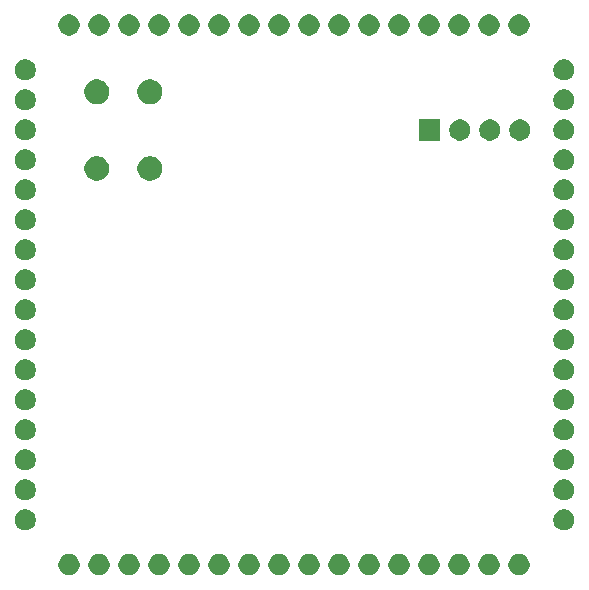
<source format=gbr>
G04 #@! TF.GenerationSoftware,KiCad,Pcbnew,(5.1.5-0-10_14)*
G04 #@! TF.CreationDate,2020-11-09T16:08:32+01:00*
G04 #@! TF.ProjectId,ATmega128_Breakout_Board_CC1101_HAT,41546d65-6761-4313-9238-5f427265616b,rev?*
G04 #@! TF.SameCoordinates,Original*
G04 #@! TF.FileFunction,Soldermask,Bot*
G04 #@! TF.FilePolarity,Negative*
%FSLAX46Y46*%
G04 Gerber Fmt 4.6, Leading zero omitted, Abs format (unit mm)*
G04 Created by KiCad (PCBNEW (5.1.5-0-10_14)) date 2020-11-09 16:08:32*
%MOMM*%
%LPD*%
G04 APERTURE LIST*
%ADD10C,0.100000*%
G04 APERTURE END LIST*
D10*
G36*
X139063512Y-125703927D02*
G01*
X139212812Y-125733624D01*
X139376784Y-125801544D01*
X139524354Y-125900147D01*
X139649853Y-126025646D01*
X139748456Y-126173216D01*
X139816376Y-126337188D01*
X139851000Y-126511259D01*
X139851000Y-126688741D01*
X139816376Y-126862812D01*
X139748456Y-127026784D01*
X139649853Y-127174354D01*
X139524354Y-127299853D01*
X139376784Y-127398456D01*
X139212812Y-127466376D01*
X139063512Y-127496073D01*
X139038742Y-127501000D01*
X138861258Y-127501000D01*
X138836488Y-127496073D01*
X138687188Y-127466376D01*
X138523216Y-127398456D01*
X138375646Y-127299853D01*
X138250147Y-127174354D01*
X138151544Y-127026784D01*
X138083624Y-126862812D01*
X138049000Y-126688741D01*
X138049000Y-126511259D01*
X138083624Y-126337188D01*
X138151544Y-126173216D01*
X138250147Y-126025646D01*
X138375646Y-125900147D01*
X138523216Y-125801544D01*
X138687188Y-125733624D01*
X138836488Y-125703927D01*
X138861258Y-125699000D01*
X139038742Y-125699000D01*
X139063512Y-125703927D01*
G37*
G36*
X136523512Y-125703927D02*
G01*
X136672812Y-125733624D01*
X136836784Y-125801544D01*
X136984354Y-125900147D01*
X137109853Y-126025646D01*
X137208456Y-126173216D01*
X137276376Y-126337188D01*
X137311000Y-126511259D01*
X137311000Y-126688741D01*
X137276376Y-126862812D01*
X137208456Y-127026784D01*
X137109853Y-127174354D01*
X136984354Y-127299853D01*
X136836784Y-127398456D01*
X136672812Y-127466376D01*
X136523512Y-127496073D01*
X136498742Y-127501000D01*
X136321258Y-127501000D01*
X136296488Y-127496073D01*
X136147188Y-127466376D01*
X135983216Y-127398456D01*
X135835646Y-127299853D01*
X135710147Y-127174354D01*
X135611544Y-127026784D01*
X135543624Y-126862812D01*
X135509000Y-126688741D01*
X135509000Y-126511259D01*
X135543624Y-126337188D01*
X135611544Y-126173216D01*
X135710147Y-126025646D01*
X135835646Y-125900147D01*
X135983216Y-125801544D01*
X136147188Y-125733624D01*
X136296488Y-125703927D01*
X136321258Y-125699000D01*
X136498742Y-125699000D01*
X136523512Y-125703927D01*
G37*
G36*
X133983512Y-125703927D02*
G01*
X134132812Y-125733624D01*
X134296784Y-125801544D01*
X134444354Y-125900147D01*
X134569853Y-126025646D01*
X134668456Y-126173216D01*
X134736376Y-126337188D01*
X134771000Y-126511259D01*
X134771000Y-126688741D01*
X134736376Y-126862812D01*
X134668456Y-127026784D01*
X134569853Y-127174354D01*
X134444354Y-127299853D01*
X134296784Y-127398456D01*
X134132812Y-127466376D01*
X133983512Y-127496073D01*
X133958742Y-127501000D01*
X133781258Y-127501000D01*
X133756488Y-127496073D01*
X133607188Y-127466376D01*
X133443216Y-127398456D01*
X133295646Y-127299853D01*
X133170147Y-127174354D01*
X133071544Y-127026784D01*
X133003624Y-126862812D01*
X132969000Y-126688741D01*
X132969000Y-126511259D01*
X133003624Y-126337188D01*
X133071544Y-126173216D01*
X133170147Y-126025646D01*
X133295646Y-125900147D01*
X133443216Y-125801544D01*
X133607188Y-125733624D01*
X133756488Y-125703927D01*
X133781258Y-125699000D01*
X133958742Y-125699000D01*
X133983512Y-125703927D01*
G37*
G36*
X131443512Y-125703927D02*
G01*
X131592812Y-125733624D01*
X131756784Y-125801544D01*
X131904354Y-125900147D01*
X132029853Y-126025646D01*
X132128456Y-126173216D01*
X132196376Y-126337188D01*
X132231000Y-126511259D01*
X132231000Y-126688741D01*
X132196376Y-126862812D01*
X132128456Y-127026784D01*
X132029853Y-127174354D01*
X131904354Y-127299853D01*
X131756784Y-127398456D01*
X131592812Y-127466376D01*
X131443512Y-127496073D01*
X131418742Y-127501000D01*
X131241258Y-127501000D01*
X131216488Y-127496073D01*
X131067188Y-127466376D01*
X130903216Y-127398456D01*
X130755646Y-127299853D01*
X130630147Y-127174354D01*
X130531544Y-127026784D01*
X130463624Y-126862812D01*
X130429000Y-126688741D01*
X130429000Y-126511259D01*
X130463624Y-126337188D01*
X130531544Y-126173216D01*
X130630147Y-126025646D01*
X130755646Y-125900147D01*
X130903216Y-125801544D01*
X131067188Y-125733624D01*
X131216488Y-125703927D01*
X131241258Y-125699000D01*
X131418742Y-125699000D01*
X131443512Y-125703927D01*
G37*
G36*
X128903512Y-125703927D02*
G01*
X129052812Y-125733624D01*
X129216784Y-125801544D01*
X129364354Y-125900147D01*
X129489853Y-126025646D01*
X129588456Y-126173216D01*
X129656376Y-126337188D01*
X129691000Y-126511259D01*
X129691000Y-126688741D01*
X129656376Y-126862812D01*
X129588456Y-127026784D01*
X129489853Y-127174354D01*
X129364354Y-127299853D01*
X129216784Y-127398456D01*
X129052812Y-127466376D01*
X128903512Y-127496073D01*
X128878742Y-127501000D01*
X128701258Y-127501000D01*
X128676488Y-127496073D01*
X128527188Y-127466376D01*
X128363216Y-127398456D01*
X128215646Y-127299853D01*
X128090147Y-127174354D01*
X127991544Y-127026784D01*
X127923624Y-126862812D01*
X127889000Y-126688741D01*
X127889000Y-126511259D01*
X127923624Y-126337188D01*
X127991544Y-126173216D01*
X128090147Y-126025646D01*
X128215646Y-125900147D01*
X128363216Y-125801544D01*
X128527188Y-125733624D01*
X128676488Y-125703927D01*
X128701258Y-125699000D01*
X128878742Y-125699000D01*
X128903512Y-125703927D01*
G37*
G36*
X126363512Y-125703927D02*
G01*
X126512812Y-125733624D01*
X126676784Y-125801544D01*
X126824354Y-125900147D01*
X126949853Y-126025646D01*
X127048456Y-126173216D01*
X127116376Y-126337188D01*
X127151000Y-126511259D01*
X127151000Y-126688741D01*
X127116376Y-126862812D01*
X127048456Y-127026784D01*
X126949853Y-127174354D01*
X126824354Y-127299853D01*
X126676784Y-127398456D01*
X126512812Y-127466376D01*
X126363512Y-127496073D01*
X126338742Y-127501000D01*
X126161258Y-127501000D01*
X126136488Y-127496073D01*
X125987188Y-127466376D01*
X125823216Y-127398456D01*
X125675646Y-127299853D01*
X125550147Y-127174354D01*
X125451544Y-127026784D01*
X125383624Y-126862812D01*
X125349000Y-126688741D01*
X125349000Y-126511259D01*
X125383624Y-126337188D01*
X125451544Y-126173216D01*
X125550147Y-126025646D01*
X125675646Y-125900147D01*
X125823216Y-125801544D01*
X125987188Y-125733624D01*
X126136488Y-125703927D01*
X126161258Y-125699000D01*
X126338742Y-125699000D01*
X126363512Y-125703927D01*
G37*
G36*
X123823512Y-125703927D02*
G01*
X123972812Y-125733624D01*
X124136784Y-125801544D01*
X124284354Y-125900147D01*
X124409853Y-126025646D01*
X124508456Y-126173216D01*
X124576376Y-126337188D01*
X124611000Y-126511259D01*
X124611000Y-126688741D01*
X124576376Y-126862812D01*
X124508456Y-127026784D01*
X124409853Y-127174354D01*
X124284354Y-127299853D01*
X124136784Y-127398456D01*
X123972812Y-127466376D01*
X123823512Y-127496073D01*
X123798742Y-127501000D01*
X123621258Y-127501000D01*
X123596488Y-127496073D01*
X123447188Y-127466376D01*
X123283216Y-127398456D01*
X123135646Y-127299853D01*
X123010147Y-127174354D01*
X122911544Y-127026784D01*
X122843624Y-126862812D01*
X122809000Y-126688741D01*
X122809000Y-126511259D01*
X122843624Y-126337188D01*
X122911544Y-126173216D01*
X123010147Y-126025646D01*
X123135646Y-125900147D01*
X123283216Y-125801544D01*
X123447188Y-125733624D01*
X123596488Y-125703927D01*
X123621258Y-125699000D01*
X123798742Y-125699000D01*
X123823512Y-125703927D01*
G37*
G36*
X121283512Y-125703927D02*
G01*
X121432812Y-125733624D01*
X121596784Y-125801544D01*
X121744354Y-125900147D01*
X121869853Y-126025646D01*
X121968456Y-126173216D01*
X122036376Y-126337188D01*
X122071000Y-126511259D01*
X122071000Y-126688741D01*
X122036376Y-126862812D01*
X121968456Y-127026784D01*
X121869853Y-127174354D01*
X121744354Y-127299853D01*
X121596784Y-127398456D01*
X121432812Y-127466376D01*
X121283512Y-127496073D01*
X121258742Y-127501000D01*
X121081258Y-127501000D01*
X121056488Y-127496073D01*
X120907188Y-127466376D01*
X120743216Y-127398456D01*
X120595646Y-127299853D01*
X120470147Y-127174354D01*
X120371544Y-127026784D01*
X120303624Y-126862812D01*
X120269000Y-126688741D01*
X120269000Y-126511259D01*
X120303624Y-126337188D01*
X120371544Y-126173216D01*
X120470147Y-126025646D01*
X120595646Y-125900147D01*
X120743216Y-125801544D01*
X120907188Y-125733624D01*
X121056488Y-125703927D01*
X121081258Y-125699000D01*
X121258742Y-125699000D01*
X121283512Y-125703927D01*
G37*
G36*
X118743512Y-125703927D02*
G01*
X118892812Y-125733624D01*
X119056784Y-125801544D01*
X119204354Y-125900147D01*
X119329853Y-126025646D01*
X119428456Y-126173216D01*
X119496376Y-126337188D01*
X119531000Y-126511259D01*
X119531000Y-126688741D01*
X119496376Y-126862812D01*
X119428456Y-127026784D01*
X119329853Y-127174354D01*
X119204354Y-127299853D01*
X119056784Y-127398456D01*
X118892812Y-127466376D01*
X118743512Y-127496073D01*
X118718742Y-127501000D01*
X118541258Y-127501000D01*
X118516488Y-127496073D01*
X118367188Y-127466376D01*
X118203216Y-127398456D01*
X118055646Y-127299853D01*
X117930147Y-127174354D01*
X117831544Y-127026784D01*
X117763624Y-126862812D01*
X117729000Y-126688741D01*
X117729000Y-126511259D01*
X117763624Y-126337188D01*
X117831544Y-126173216D01*
X117930147Y-126025646D01*
X118055646Y-125900147D01*
X118203216Y-125801544D01*
X118367188Y-125733624D01*
X118516488Y-125703927D01*
X118541258Y-125699000D01*
X118718742Y-125699000D01*
X118743512Y-125703927D01*
G37*
G36*
X116203512Y-125703927D02*
G01*
X116352812Y-125733624D01*
X116516784Y-125801544D01*
X116664354Y-125900147D01*
X116789853Y-126025646D01*
X116888456Y-126173216D01*
X116956376Y-126337188D01*
X116991000Y-126511259D01*
X116991000Y-126688741D01*
X116956376Y-126862812D01*
X116888456Y-127026784D01*
X116789853Y-127174354D01*
X116664354Y-127299853D01*
X116516784Y-127398456D01*
X116352812Y-127466376D01*
X116203512Y-127496073D01*
X116178742Y-127501000D01*
X116001258Y-127501000D01*
X115976488Y-127496073D01*
X115827188Y-127466376D01*
X115663216Y-127398456D01*
X115515646Y-127299853D01*
X115390147Y-127174354D01*
X115291544Y-127026784D01*
X115223624Y-126862812D01*
X115189000Y-126688741D01*
X115189000Y-126511259D01*
X115223624Y-126337188D01*
X115291544Y-126173216D01*
X115390147Y-126025646D01*
X115515646Y-125900147D01*
X115663216Y-125801544D01*
X115827188Y-125733624D01*
X115976488Y-125703927D01*
X116001258Y-125699000D01*
X116178742Y-125699000D01*
X116203512Y-125703927D01*
G37*
G36*
X113663512Y-125703927D02*
G01*
X113812812Y-125733624D01*
X113976784Y-125801544D01*
X114124354Y-125900147D01*
X114249853Y-126025646D01*
X114348456Y-126173216D01*
X114416376Y-126337188D01*
X114451000Y-126511259D01*
X114451000Y-126688741D01*
X114416376Y-126862812D01*
X114348456Y-127026784D01*
X114249853Y-127174354D01*
X114124354Y-127299853D01*
X113976784Y-127398456D01*
X113812812Y-127466376D01*
X113663512Y-127496073D01*
X113638742Y-127501000D01*
X113461258Y-127501000D01*
X113436488Y-127496073D01*
X113287188Y-127466376D01*
X113123216Y-127398456D01*
X112975646Y-127299853D01*
X112850147Y-127174354D01*
X112751544Y-127026784D01*
X112683624Y-126862812D01*
X112649000Y-126688741D01*
X112649000Y-126511259D01*
X112683624Y-126337188D01*
X112751544Y-126173216D01*
X112850147Y-126025646D01*
X112975646Y-125900147D01*
X113123216Y-125801544D01*
X113287188Y-125733624D01*
X113436488Y-125703927D01*
X113461258Y-125699000D01*
X113638742Y-125699000D01*
X113663512Y-125703927D01*
G37*
G36*
X111123512Y-125703927D02*
G01*
X111272812Y-125733624D01*
X111436784Y-125801544D01*
X111584354Y-125900147D01*
X111709853Y-126025646D01*
X111808456Y-126173216D01*
X111876376Y-126337188D01*
X111911000Y-126511259D01*
X111911000Y-126688741D01*
X111876376Y-126862812D01*
X111808456Y-127026784D01*
X111709853Y-127174354D01*
X111584354Y-127299853D01*
X111436784Y-127398456D01*
X111272812Y-127466376D01*
X111123512Y-127496073D01*
X111098742Y-127501000D01*
X110921258Y-127501000D01*
X110896488Y-127496073D01*
X110747188Y-127466376D01*
X110583216Y-127398456D01*
X110435646Y-127299853D01*
X110310147Y-127174354D01*
X110211544Y-127026784D01*
X110143624Y-126862812D01*
X110109000Y-126688741D01*
X110109000Y-126511259D01*
X110143624Y-126337188D01*
X110211544Y-126173216D01*
X110310147Y-126025646D01*
X110435646Y-125900147D01*
X110583216Y-125801544D01*
X110747188Y-125733624D01*
X110896488Y-125703927D01*
X110921258Y-125699000D01*
X111098742Y-125699000D01*
X111123512Y-125703927D01*
G37*
G36*
X108583512Y-125703927D02*
G01*
X108732812Y-125733624D01*
X108896784Y-125801544D01*
X109044354Y-125900147D01*
X109169853Y-126025646D01*
X109268456Y-126173216D01*
X109336376Y-126337188D01*
X109371000Y-126511259D01*
X109371000Y-126688741D01*
X109336376Y-126862812D01*
X109268456Y-127026784D01*
X109169853Y-127174354D01*
X109044354Y-127299853D01*
X108896784Y-127398456D01*
X108732812Y-127466376D01*
X108583512Y-127496073D01*
X108558742Y-127501000D01*
X108381258Y-127501000D01*
X108356488Y-127496073D01*
X108207188Y-127466376D01*
X108043216Y-127398456D01*
X107895646Y-127299853D01*
X107770147Y-127174354D01*
X107671544Y-127026784D01*
X107603624Y-126862812D01*
X107569000Y-126688741D01*
X107569000Y-126511259D01*
X107603624Y-126337188D01*
X107671544Y-126173216D01*
X107770147Y-126025646D01*
X107895646Y-125900147D01*
X108043216Y-125801544D01*
X108207188Y-125733624D01*
X108356488Y-125703927D01*
X108381258Y-125699000D01*
X108558742Y-125699000D01*
X108583512Y-125703927D01*
G37*
G36*
X106043512Y-125703927D02*
G01*
X106192812Y-125733624D01*
X106356784Y-125801544D01*
X106504354Y-125900147D01*
X106629853Y-126025646D01*
X106728456Y-126173216D01*
X106796376Y-126337188D01*
X106831000Y-126511259D01*
X106831000Y-126688741D01*
X106796376Y-126862812D01*
X106728456Y-127026784D01*
X106629853Y-127174354D01*
X106504354Y-127299853D01*
X106356784Y-127398456D01*
X106192812Y-127466376D01*
X106043512Y-127496073D01*
X106018742Y-127501000D01*
X105841258Y-127501000D01*
X105816488Y-127496073D01*
X105667188Y-127466376D01*
X105503216Y-127398456D01*
X105355646Y-127299853D01*
X105230147Y-127174354D01*
X105131544Y-127026784D01*
X105063624Y-126862812D01*
X105029000Y-126688741D01*
X105029000Y-126511259D01*
X105063624Y-126337188D01*
X105131544Y-126173216D01*
X105230147Y-126025646D01*
X105355646Y-125900147D01*
X105503216Y-125801544D01*
X105667188Y-125733624D01*
X105816488Y-125703927D01*
X105841258Y-125699000D01*
X106018742Y-125699000D01*
X106043512Y-125703927D01*
G37*
G36*
X103503512Y-125703927D02*
G01*
X103652812Y-125733624D01*
X103816784Y-125801544D01*
X103964354Y-125900147D01*
X104089853Y-126025646D01*
X104188456Y-126173216D01*
X104256376Y-126337188D01*
X104291000Y-126511259D01*
X104291000Y-126688741D01*
X104256376Y-126862812D01*
X104188456Y-127026784D01*
X104089853Y-127174354D01*
X103964354Y-127299853D01*
X103816784Y-127398456D01*
X103652812Y-127466376D01*
X103503512Y-127496073D01*
X103478742Y-127501000D01*
X103301258Y-127501000D01*
X103276488Y-127496073D01*
X103127188Y-127466376D01*
X102963216Y-127398456D01*
X102815646Y-127299853D01*
X102690147Y-127174354D01*
X102591544Y-127026784D01*
X102523624Y-126862812D01*
X102489000Y-126688741D01*
X102489000Y-126511259D01*
X102523624Y-126337188D01*
X102591544Y-126173216D01*
X102690147Y-126025646D01*
X102815646Y-125900147D01*
X102963216Y-125801544D01*
X103127188Y-125733624D01*
X103276488Y-125703927D01*
X103301258Y-125699000D01*
X103478742Y-125699000D01*
X103503512Y-125703927D01*
G37*
G36*
X100963512Y-125703927D02*
G01*
X101112812Y-125733624D01*
X101276784Y-125801544D01*
X101424354Y-125900147D01*
X101549853Y-126025646D01*
X101648456Y-126173216D01*
X101716376Y-126337188D01*
X101751000Y-126511259D01*
X101751000Y-126688741D01*
X101716376Y-126862812D01*
X101648456Y-127026784D01*
X101549853Y-127174354D01*
X101424354Y-127299853D01*
X101276784Y-127398456D01*
X101112812Y-127466376D01*
X100963512Y-127496073D01*
X100938742Y-127501000D01*
X100761258Y-127501000D01*
X100736488Y-127496073D01*
X100587188Y-127466376D01*
X100423216Y-127398456D01*
X100275646Y-127299853D01*
X100150147Y-127174354D01*
X100051544Y-127026784D01*
X99983624Y-126862812D01*
X99949000Y-126688741D01*
X99949000Y-126511259D01*
X99983624Y-126337188D01*
X100051544Y-126173216D01*
X100150147Y-126025646D01*
X100275646Y-125900147D01*
X100423216Y-125801544D01*
X100587188Y-125733624D01*
X100736488Y-125703927D01*
X100761258Y-125699000D01*
X100938742Y-125699000D01*
X100963512Y-125703927D01*
G37*
G36*
X142863512Y-121903927D02*
G01*
X143012812Y-121933624D01*
X143176784Y-122001544D01*
X143324354Y-122100147D01*
X143449853Y-122225646D01*
X143548456Y-122373216D01*
X143616376Y-122537188D01*
X143651000Y-122711259D01*
X143651000Y-122888741D01*
X143616376Y-123062812D01*
X143548456Y-123226784D01*
X143449853Y-123374354D01*
X143324354Y-123499853D01*
X143176784Y-123598456D01*
X143012812Y-123666376D01*
X142863512Y-123696073D01*
X142838742Y-123701000D01*
X142661258Y-123701000D01*
X142636488Y-123696073D01*
X142487188Y-123666376D01*
X142323216Y-123598456D01*
X142175646Y-123499853D01*
X142050147Y-123374354D01*
X141951544Y-123226784D01*
X141883624Y-123062812D01*
X141849000Y-122888741D01*
X141849000Y-122711259D01*
X141883624Y-122537188D01*
X141951544Y-122373216D01*
X142050147Y-122225646D01*
X142175646Y-122100147D01*
X142323216Y-122001544D01*
X142487188Y-121933624D01*
X142636488Y-121903927D01*
X142661258Y-121899000D01*
X142838742Y-121899000D01*
X142863512Y-121903927D01*
G37*
G36*
X97263513Y-121903927D02*
G01*
X97412813Y-121933624D01*
X97576785Y-122001544D01*
X97724355Y-122100147D01*
X97849854Y-122225646D01*
X97948457Y-122373216D01*
X98016377Y-122537188D01*
X98051001Y-122711259D01*
X98051001Y-122888741D01*
X98016377Y-123062812D01*
X97948457Y-123226784D01*
X97849854Y-123374354D01*
X97724355Y-123499853D01*
X97576785Y-123598456D01*
X97412813Y-123666376D01*
X97263513Y-123696073D01*
X97238743Y-123701000D01*
X97061259Y-123701000D01*
X97036489Y-123696073D01*
X96887189Y-123666376D01*
X96723217Y-123598456D01*
X96575647Y-123499853D01*
X96450148Y-123374354D01*
X96351545Y-123226784D01*
X96283625Y-123062812D01*
X96249001Y-122888741D01*
X96249001Y-122711259D01*
X96283625Y-122537188D01*
X96351545Y-122373216D01*
X96450148Y-122225646D01*
X96575647Y-122100147D01*
X96723217Y-122001544D01*
X96887189Y-121933624D01*
X97036489Y-121903927D01*
X97061259Y-121899000D01*
X97238743Y-121899000D01*
X97263513Y-121903927D01*
G37*
G36*
X97263513Y-119363927D02*
G01*
X97412813Y-119393624D01*
X97576785Y-119461544D01*
X97724355Y-119560147D01*
X97849854Y-119685646D01*
X97948457Y-119833216D01*
X98016377Y-119997188D01*
X98051001Y-120171259D01*
X98051001Y-120348741D01*
X98016377Y-120522812D01*
X97948457Y-120686784D01*
X97849854Y-120834354D01*
X97724355Y-120959853D01*
X97576785Y-121058456D01*
X97412813Y-121126376D01*
X97263513Y-121156073D01*
X97238743Y-121161000D01*
X97061259Y-121161000D01*
X97036489Y-121156073D01*
X96887189Y-121126376D01*
X96723217Y-121058456D01*
X96575647Y-120959853D01*
X96450148Y-120834354D01*
X96351545Y-120686784D01*
X96283625Y-120522812D01*
X96249001Y-120348741D01*
X96249001Y-120171259D01*
X96283625Y-119997188D01*
X96351545Y-119833216D01*
X96450148Y-119685646D01*
X96575647Y-119560147D01*
X96723217Y-119461544D01*
X96887189Y-119393624D01*
X97036489Y-119363927D01*
X97061259Y-119359000D01*
X97238743Y-119359000D01*
X97263513Y-119363927D01*
G37*
G36*
X142863512Y-119363927D02*
G01*
X143012812Y-119393624D01*
X143176784Y-119461544D01*
X143324354Y-119560147D01*
X143449853Y-119685646D01*
X143548456Y-119833216D01*
X143616376Y-119997188D01*
X143651000Y-120171259D01*
X143651000Y-120348741D01*
X143616376Y-120522812D01*
X143548456Y-120686784D01*
X143449853Y-120834354D01*
X143324354Y-120959853D01*
X143176784Y-121058456D01*
X143012812Y-121126376D01*
X142863512Y-121156073D01*
X142838742Y-121161000D01*
X142661258Y-121161000D01*
X142636488Y-121156073D01*
X142487188Y-121126376D01*
X142323216Y-121058456D01*
X142175646Y-120959853D01*
X142050147Y-120834354D01*
X141951544Y-120686784D01*
X141883624Y-120522812D01*
X141849000Y-120348741D01*
X141849000Y-120171259D01*
X141883624Y-119997188D01*
X141951544Y-119833216D01*
X142050147Y-119685646D01*
X142175646Y-119560147D01*
X142323216Y-119461544D01*
X142487188Y-119393624D01*
X142636488Y-119363927D01*
X142661258Y-119359000D01*
X142838742Y-119359000D01*
X142863512Y-119363927D01*
G37*
G36*
X142863512Y-116823927D02*
G01*
X143012812Y-116853624D01*
X143176784Y-116921544D01*
X143324354Y-117020147D01*
X143449853Y-117145646D01*
X143548456Y-117293216D01*
X143616376Y-117457188D01*
X143651000Y-117631259D01*
X143651000Y-117808741D01*
X143616376Y-117982812D01*
X143548456Y-118146784D01*
X143449853Y-118294354D01*
X143324354Y-118419853D01*
X143176784Y-118518456D01*
X143012812Y-118586376D01*
X142863512Y-118616073D01*
X142838742Y-118621000D01*
X142661258Y-118621000D01*
X142636488Y-118616073D01*
X142487188Y-118586376D01*
X142323216Y-118518456D01*
X142175646Y-118419853D01*
X142050147Y-118294354D01*
X141951544Y-118146784D01*
X141883624Y-117982812D01*
X141849000Y-117808741D01*
X141849000Y-117631259D01*
X141883624Y-117457188D01*
X141951544Y-117293216D01*
X142050147Y-117145646D01*
X142175646Y-117020147D01*
X142323216Y-116921544D01*
X142487188Y-116853624D01*
X142636488Y-116823927D01*
X142661258Y-116819000D01*
X142838742Y-116819000D01*
X142863512Y-116823927D01*
G37*
G36*
X97263513Y-116823927D02*
G01*
X97412813Y-116853624D01*
X97576785Y-116921544D01*
X97724355Y-117020147D01*
X97849854Y-117145646D01*
X97948457Y-117293216D01*
X98016377Y-117457188D01*
X98051001Y-117631259D01*
X98051001Y-117808741D01*
X98016377Y-117982812D01*
X97948457Y-118146784D01*
X97849854Y-118294354D01*
X97724355Y-118419853D01*
X97576785Y-118518456D01*
X97412813Y-118586376D01*
X97263513Y-118616073D01*
X97238743Y-118621000D01*
X97061259Y-118621000D01*
X97036489Y-118616073D01*
X96887189Y-118586376D01*
X96723217Y-118518456D01*
X96575647Y-118419853D01*
X96450148Y-118294354D01*
X96351545Y-118146784D01*
X96283625Y-117982812D01*
X96249001Y-117808741D01*
X96249001Y-117631259D01*
X96283625Y-117457188D01*
X96351545Y-117293216D01*
X96450148Y-117145646D01*
X96575647Y-117020147D01*
X96723217Y-116921544D01*
X96887189Y-116853624D01*
X97036489Y-116823927D01*
X97061259Y-116819000D01*
X97238743Y-116819000D01*
X97263513Y-116823927D01*
G37*
G36*
X142863512Y-114283927D02*
G01*
X143012812Y-114313624D01*
X143176784Y-114381544D01*
X143324354Y-114480147D01*
X143449853Y-114605646D01*
X143548456Y-114753216D01*
X143616376Y-114917188D01*
X143651000Y-115091259D01*
X143651000Y-115268741D01*
X143616376Y-115442812D01*
X143548456Y-115606784D01*
X143449853Y-115754354D01*
X143324354Y-115879853D01*
X143176784Y-115978456D01*
X143012812Y-116046376D01*
X142863512Y-116076073D01*
X142838742Y-116081000D01*
X142661258Y-116081000D01*
X142636488Y-116076073D01*
X142487188Y-116046376D01*
X142323216Y-115978456D01*
X142175646Y-115879853D01*
X142050147Y-115754354D01*
X141951544Y-115606784D01*
X141883624Y-115442812D01*
X141849000Y-115268741D01*
X141849000Y-115091259D01*
X141883624Y-114917188D01*
X141951544Y-114753216D01*
X142050147Y-114605646D01*
X142175646Y-114480147D01*
X142323216Y-114381544D01*
X142487188Y-114313624D01*
X142636488Y-114283927D01*
X142661258Y-114279000D01*
X142838742Y-114279000D01*
X142863512Y-114283927D01*
G37*
G36*
X97263513Y-114283927D02*
G01*
X97412813Y-114313624D01*
X97576785Y-114381544D01*
X97724355Y-114480147D01*
X97849854Y-114605646D01*
X97948457Y-114753216D01*
X98016377Y-114917188D01*
X98051001Y-115091259D01*
X98051001Y-115268741D01*
X98016377Y-115442812D01*
X97948457Y-115606784D01*
X97849854Y-115754354D01*
X97724355Y-115879853D01*
X97576785Y-115978456D01*
X97412813Y-116046376D01*
X97263513Y-116076073D01*
X97238743Y-116081000D01*
X97061259Y-116081000D01*
X97036489Y-116076073D01*
X96887189Y-116046376D01*
X96723217Y-115978456D01*
X96575647Y-115879853D01*
X96450148Y-115754354D01*
X96351545Y-115606784D01*
X96283625Y-115442812D01*
X96249001Y-115268741D01*
X96249001Y-115091259D01*
X96283625Y-114917188D01*
X96351545Y-114753216D01*
X96450148Y-114605646D01*
X96575647Y-114480147D01*
X96723217Y-114381544D01*
X96887189Y-114313624D01*
X97036489Y-114283927D01*
X97061259Y-114279000D01*
X97238743Y-114279000D01*
X97263513Y-114283927D01*
G37*
G36*
X97263513Y-111743927D02*
G01*
X97412813Y-111773624D01*
X97576785Y-111841544D01*
X97724355Y-111940147D01*
X97849854Y-112065646D01*
X97948457Y-112213216D01*
X98016377Y-112377188D01*
X98051001Y-112551259D01*
X98051001Y-112728741D01*
X98016377Y-112902812D01*
X97948457Y-113066784D01*
X97849854Y-113214354D01*
X97724355Y-113339853D01*
X97576785Y-113438456D01*
X97412813Y-113506376D01*
X97263513Y-113536073D01*
X97238743Y-113541000D01*
X97061259Y-113541000D01*
X97036489Y-113536073D01*
X96887189Y-113506376D01*
X96723217Y-113438456D01*
X96575647Y-113339853D01*
X96450148Y-113214354D01*
X96351545Y-113066784D01*
X96283625Y-112902812D01*
X96249001Y-112728741D01*
X96249001Y-112551259D01*
X96283625Y-112377188D01*
X96351545Y-112213216D01*
X96450148Y-112065646D01*
X96575647Y-111940147D01*
X96723217Y-111841544D01*
X96887189Y-111773624D01*
X97036489Y-111743927D01*
X97061259Y-111739000D01*
X97238743Y-111739000D01*
X97263513Y-111743927D01*
G37*
G36*
X142863512Y-111743927D02*
G01*
X143012812Y-111773624D01*
X143176784Y-111841544D01*
X143324354Y-111940147D01*
X143449853Y-112065646D01*
X143548456Y-112213216D01*
X143616376Y-112377188D01*
X143651000Y-112551259D01*
X143651000Y-112728741D01*
X143616376Y-112902812D01*
X143548456Y-113066784D01*
X143449853Y-113214354D01*
X143324354Y-113339853D01*
X143176784Y-113438456D01*
X143012812Y-113506376D01*
X142863512Y-113536073D01*
X142838742Y-113541000D01*
X142661258Y-113541000D01*
X142636488Y-113536073D01*
X142487188Y-113506376D01*
X142323216Y-113438456D01*
X142175646Y-113339853D01*
X142050147Y-113214354D01*
X141951544Y-113066784D01*
X141883624Y-112902812D01*
X141849000Y-112728741D01*
X141849000Y-112551259D01*
X141883624Y-112377188D01*
X141951544Y-112213216D01*
X142050147Y-112065646D01*
X142175646Y-111940147D01*
X142323216Y-111841544D01*
X142487188Y-111773624D01*
X142636488Y-111743927D01*
X142661258Y-111739000D01*
X142838742Y-111739000D01*
X142863512Y-111743927D01*
G37*
G36*
X142863512Y-109203927D02*
G01*
X143012812Y-109233624D01*
X143176784Y-109301544D01*
X143324354Y-109400147D01*
X143449853Y-109525646D01*
X143548456Y-109673216D01*
X143616376Y-109837188D01*
X143651000Y-110011259D01*
X143651000Y-110188741D01*
X143616376Y-110362812D01*
X143548456Y-110526784D01*
X143449853Y-110674354D01*
X143324354Y-110799853D01*
X143176784Y-110898456D01*
X143012812Y-110966376D01*
X142863512Y-110996073D01*
X142838742Y-111001000D01*
X142661258Y-111001000D01*
X142636488Y-110996073D01*
X142487188Y-110966376D01*
X142323216Y-110898456D01*
X142175646Y-110799853D01*
X142050147Y-110674354D01*
X141951544Y-110526784D01*
X141883624Y-110362812D01*
X141849000Y-110188741D01*
X141849000Y-110011259D01*
X141883624Y-109837188D01*
X141951544Y-109673216D01*
X142050147Y-109525646D01*
X142175646Y-109400147D01*
X142323216Y-109301544D01*
X142487188Y-109233624D01*
X142636488Y-109203927D01*
X142661258Y-109199000D01*
X142838742Y-109199000D01*
X142863512Y-109203927D01*
G37*
G36*
X97263513Y-109203927D02*
G01*
X97412813Y-109233624D01*
X97576785Y-109301544D01*
X97724355Y-109400147D01*
X97849854Y-109525646D01*
X97948457Y-109673216D01*
X98016377Y-109837188D01*
X98051001Y-110011259D01*
X98051001Y-110188741D01*
X98016377Y-110362812D01*
X97948457Y-110526784D01*
X97849854Y-110674354D01*
X97724355Y-110799853D01*
X97576785Y-110898456D01*
X97412813Y-110966376D01*
X97263513Y-110996073D01*
X97238743Y-111001000D01*
X97061259Y-111001000D01*
X97036489Y-110996073D01*
X96887189Y-110966376D01*
X96723217Y-110898456D01*
X96575647Y-110799853D01*
X96450148Y-110674354D01*
X96351545Y-110526784D01*
X96283625Y-110362812D01*
X96249001Y-110188741D01*
X96249001Y-110011259D01*
X96283625Y-109837188D01*
X96351545Y-109673216D01*
X96450148Y-109525646D01*
X96575647Y-109400147D01*
X96723217Y-109301544D01*
X96887189Y-109233624D01*
X97036489Y-109203927D01*
X97061259Y-109199000D01*
X97238743Y-109199000D01*
X97263513Y-109203927D01*
G37*
G36*
X97263513Y-106663927D02*
G01*
X97412813Y-106693624D01*
X97576785Y-106761544D01*
X97724355Y-106860147D01*
X97849854Y-106985646D01*
X97948457Y-107133216D01*
X98016377Y-107297188D01*
X98051001Y-107471259D01*
X98051001Y-107648741D01*
X98016377Y-107822812D01*
X97948457Y-107986784D01*
X97849854Y-108134354D01*
X97724355Y-108259853D01*
X97576785Y-108358456D01*
X97412813Y-108426376D01*
X97263513Y-108456073D01*
X97238743Y-108461000D01*
X97061259Y-108461000D01*
X97036489Y-108456073D01*
X96887189Y-108426376D01*
X96723217Y-108358456D01*
X96575647Y-108259853D01*
X96450148Y-108134354D01*
X96351545Y-107986784D01*
X96283625Y-107822812D01*
X96249001Y-107648741D01*
X96249001Y-107471259D01*
X96283625Y-107297188D01*
X96351545Y-107133216D01*
X96450148Y-106985646D01*
X96575647Y-106860147D01*
X96723217Y-106761544D01*
X96887189Y-106693624D01*
X97036489Y-106663927D01*
X97061259Y-106659000D01*
X97238743Y-106659000D01*
X97263513Y-106663927D01*
G37*
G36*
X142863512Y-106663927D02*
G01*
X143012812Y-106693624D01*
X143176784Y-106761544D01*
X143324354Y-106860147D01*
X143449853Y-106985646D01*
X143548456Y-107133216D01*
X143616376Y-107297188D01*
X143651000Y-107471259D01*
X143651000Y-107648741D01*
X143616376Y-107822812D01*
X143548456Y-107986784D01*
X143449853Y-108134354D01*
X143324354Y-108259853D01*
X143176784Y-108358456D01*
X143012812Y-108426376D01*
X142863512Y-108456073D01*
X142838742Y-108461000D01*
X142661258Y-108461000D01*
X142636488Y-108456073D01*
X142487188Y-108426376D01*
X142323216Y-108358456D01*
X142175646Y-108259853D01*
X142050147Y-108134354D01*
X141951544Y-107986784D01*
X141883624Y-107822812D01*
X141849000Y-107648741D01*
X141849000Y-107471259D01*
X141883624Y-107297188D01*
X141951544Y-107133216D01*
X142050147Y-106985646D01*
X142175646Y-106860147D01*
X142323216Y-106761544D01*
X142487188Y-106693624D01*
X142636488Y-106663927D01*
X142661258Y-106659000D01*
X142838742Y-106659000D01*
X142863512Y-106663927D01*
G37*
G36*
X142863512Y-104123927D02*
G01*
X143012812Y-104153624D01*
X143176784Y-104221544D01*
X143324354Y-104320147D01*
X143449853Y-104445646D01*
X143548456Y-104593216D01*
X143616376Y-104757188D01*
X143651000Y-104931259D01*
X143651000Y-105108741D01*
X143616376Y-105282812D01*
X143548456Y-105446784D01*
X143449853Y-105594354D01*
X143324354Y-105719853D01*
X143176784Y-105818456D01*
X143012812Y-105886376D01*
X142863512Y-105916073D01*
X142838742Y-105921000D01*
X142661258Y-105921000D01*
X142636488Y-105916073D01*
X142487188Y-105886376D01*
X142323216Y-105818456D01*
X142175646Y-105719853D01*
X142050147Y-105594354D01*
X141951544Y-105446784D01*
X141883624Y-105282812D01*
X141849000Y-105108741D01*
X141849000Y-104931259D01*
X141883624Y-104757188D01*
X141951544Y-104593216D01*
X142050147Y-104445646D01*
X142175646Y-104320147D01*
X142323216Y-104221544D01*
X142487188Y-104153624D01*
X142636488Y-104123927D01*
X142661258Y-104119000D01*
X142838742Y-104119000D01*
X142863512Y-104123927D01*
G37*
G36*
X97263513Y-104123927D02*
G01*
X97412813Y-104153624D01*
X97576785Y-104221544D01*
X97724355Y-104320147D01*
X97849854Y-104445646D01*
X97948457Y-104593216D01*
X98016377Y-104757188D01*
X98051001Y-104931259D01*
X98051001Y-105108741D01*
X98016377Y-105282812D01*
X97948457Y-105446784D01*
X97849854Y-105594354D01*
X97724355Y-105719853D01*
X97576785Y-105818456D01*
X97412813Y-105886376D01*
X97263513Y-105916073D01*
X97238743Y-105921000D01*
X97061259Y-105921000D01*
X97036489Y-105916073D01*
X96887189Y-105886376D01*
X96723217Y-105818456D01*
X96575647Y-105719853D01*
X96450148Y-105594354D01*
X96351545Y-105446784D01*
X96283625Y-105282812D01*
X96249001Y-105108741D01*
X96249001Y-104931259D01*
X96283625Y-104757188D01*
X96351545Y-104593216D01*
X96450148Y-104445646D01*
X96575647Y-104320147D01*
X96723217Y-104221544D01*
X96887189Y-104153624D01*
X97036489Y-104123927D01*
X97061259Y-104119000D01*
X97238743Y-104119000D01*
X97263513Y-104123927D01*
G37*
G36*
X142863512Y-101583927D02*
G01*
X143012812Y-101613624D01*
X143176784Y-101681544D01*
X143324354Y-101780147D01*
X143449853Y-101905646D01*
X143548456Y-102053216D01*
X143616376Y-102217188D01*
X143651000Y-102391259D01*
X143651000Y-102568741D01*
X143616376Y-102742812D01*
X143548456Y-102906784D01*
X143449853Y-103054354D01*
X143324354Y-103179853D01*
X143176784Y-103278456D01*
X143012812Y-103346376D01*
X142863512Y-103376073D01*
X142838742Y-103381000D01*
X142661258Y-103381000D01*
X142636488Y-103376073D01*
X142487188Y-103346376D01*
X142323216Y-103278456D01*
X142175646Y-103179853D01*
X142050147Y-103054354D01*
X141951544Y-102906784D01*
X141883624Y-102742812D01*
X141849000Y-102568741D01*
X141849000Y-102391259D01*
X141883624Y-102217188D01*
X141951544Y-102053216D01*
X142050147Y-101905646D01*
X142175646Y-101780147D01*
X142323216Y-101681544D01*
X142487188Y-101613624D01*
X142636488Y-101583927D01*
X142661258Y-101579000D01*
X142838742Y-101579000D01*
X142863512Y-101583927D01*
G37*
G36*
X97263513Y-101583927D02*
G01*
X97412813Y-101613624D01*
X97576785Y-101681544D01*
X97724355Y-101780147D01*
X97849854Y-101905646D01*
X97948457Y-102053216D01*
X98016377Y-102217188D01*
X98051001Y-102391259D01*
X98051001Y-102568741D01*
X98016377Y-102742812D01*
X97948457Y-102906784D01*
X97849854Y-103054354D01*
X97724355Y-103179853D01*
X97576785Y-103278456D01*
X97412813Y-103346376D01*
X97263513Y-103376073D01*
X97238743Y-103381000D01*
X97061259Y-103381000D01*
X97036489Y-103376073D01*
X96887189Y-103346376D01*
X96723217Y-103278456D01*
X96575647Y-103179853D01*
X96450148Y-103054354D01*
X96351545Y-102906784D01*
X96283625Y-102742812D01*
X96249001Y-102568741D01*
X96249001Y-102391259D01*
X96283625Y-102217188D01*
X96351545Y-102053216D01*
X96450148Y-101905646D01*
X96575647Y-101780147D01*
X96723217Y-101681544D01*
X96887189Y-101613624D01*
X97036489Y-101583927D01*
X97061259Y-101579000D01*
X97238743Y-101579000D01*
X97263513Y-101583927D01*
G37*
G36*
X142863512Y-99043927D02*
G01*
X143012812Y-99073624D01*
X143176784Y-99141544D01*
X143324354Y-99240147D01*
X143449853Y-99365646D01*
X143548456Y-99513216D01*
X143616376Y-99677188D01*
X143651000Y-99851259D01*
X143651000Y-100028741D01*
X143616376Y-100202812D01*
X143548456Y-100366784D01*
X143449853Y-100514354D01*
X143324354Y-100639853D01*
X143176784Y-100738456D01*
X143012812Y-100806376D01*
X142863512Y-100836073D01*
X142838742Y-100841000D01*
X142661258Y-100841000D01*
X142636488Y-100836073D01*
X142487188Y-100806376D01*
X142323216Y-100738456D01*
X142175646Y-100639853D01*
X142050147Y-100514354D01*
X141951544Y-100366784D01*
X141883624Y-100202812D01*
X141849000Y-100028741D01*
X141849000Y-99851259D01*
X141883624Y-99677188D01*
X141951544Y-99513216D01*
X142050147Y-99365646D01*
X142175646Y-99240147D01*
X142323216Y-99141544D01*
X142487188Y-99073624D01*
X142636488Y-99043927D01*
X142661258Y-99039000D01*
X142838742Y-99039000D01*
X142863512Y-99043927D01*
G37*
G36*
X97263513Y-99043927D02*
G01*
X97412813Y-99073624D01*
X97576785Y-99141544D01*
X97724355Y-99240147D01*
X97849854Y-99365646D01*
X97948457Y-99513216D01*
X98016377Y-99677188D01*
X98051001Y-99851259D01*
X98051001Y-100028741D01*
X98016377Y-100202812D01*
X97948457Y-100366784D01*
X97849854Y-100514354D01*
X97724355Y-100639853D01*
X97576785Y-100738456D01*
X97412813Y-100806376D01*
X97263513Y-100836073D01*
X97238743Y-100841000D01*
X97061259Y-100841000D01*
X97036489Y-100836073D01*
X96887189Y-100806376D01*
X96723217Y-100738456D01*
X96575647Y-100639853D01*
X96450148Y-100514354D01*
X96351545Y-100366784D01*
X96283625Y-100202812D01*
X96249001Y-100028741D01*
X96249001Y-99851259D01*
X96283625Y-99677188D01*
X96351545Y-99513216D01*
X96450148Y-99365646D01*
X96575647Y-99240147D01*
X96723217Y-99141544D01*
X96887189Y-99073624D01*
X97036489Y-99043927D01*
X97061259Y-99039000D01*
X97238743Y-99039000D01*
X97263513Y-99043927D01*
G37*
G36*
X142863512Y-96503927D02*
G01*
X143012812Y-96533624D01*
X143176784Y-96601544D01*
X143324354Y-96700147D01*
X143449853Y-96825646D01*
X143548456Y-96973216D01*
X143616376Y-97137188D01*
X143651000Y-97311259D01*
X143651000Y-97488741D01*
X143616376Y-97662812D01*
X143548456Y-97826784D01*
X143449853Y-97974354D01*
X143324354Y-98099853D01*
X143176784Y-98198456D01*
X143012812Y-98266376D01*
X142863512Y-98296073D01*
X142838742Y-98301000D01*
X142661258Y-98301000D01*
X142636488Y-98296073D01*
X142487188Y-98266376D01*
X142323216Y-98198456D01*
X142175646Y-98099853D01*
X142050147Y-97974354D01*
X141951544Y-97826784D01*
X141883624Y-97662812D01*
X141849000Y-97488741D01*
X141849000Y-97311259D01*
X141883624Y-97137188D01*
X141951544Y-96973216D01*
X142050147Y-96825646D01*
X142175646Y-96700147D01*
X142323216Y-96601544D01*
X142487188Y-96533624D01*
X142636488Y-96503927D01*
X142661258Y-96499000D01*
X142838742Y-96499000D01*
X142863512Y-96503927D01*
G37*
G36*
X97263513Y-96503927D02*
G01*
X97412813Y-96533624D01*
X97576785Y-96601544D01*
X97724355Y-96700147D01*
X97849854Y-96825646D01*
X97948457Y-96973216D01*
X98016377Y-97137188D01*
X98051001Y-97311259D01*
X98051001Y-97488741D01*
X98016377Y-97662812D01*
X97948457Y-97826784D01*
X97849854Y-97974354D01*
X97724355Y-98099853D01*
X97576785Y-98198456D01*
X97412813Y-98266376D01*
X97263513Y-98296073D01*
X97238743Y-98301000D01*
X97061259Y-98301000D01*
X97036489Y-98296073D01*
X96887189Y-98266376D01*
X96723217Y-98198456D01*
X96575647Y-98099853D01*
X96450148Y-97974354D01*
X96351545Y-97826784D01*
X96283625Y-97662812D01*
X96249001Y-97488741D01*
X96249001Y-97311259D01*
X96283625Y-97137188D01*
X96351545Y-96973216D01*
X96450148Y-96825646D01*
X96575647Y-96700147D01*
X96723217Y-96601544D01*
X96887189Y-96533624D01*
X97036489Y-96503927D01*
X97061259Y-96499000D01*
X97238743Y-96499000D01*
X97263513Y-96503927D01*
G37*
G36*
X97263513Y-93963927D02*
G01*
X97412813Y-93993624D01*
X97576785Y-94061544D01*
X97724355Y-94160147D01*
X97849854Y-94285646D01*
X97948457Y-94433216D01*
X98016377Y-94597188D01*
X98051001Y-94771259D01*
X98051001Y-94948741D01*
X98016377Y-95122812D01*
X97948457Y-95286784D01*
X97849854Y-95434354D01*
X97724355Y-95559853D01*
X97576785Y-95658456D01*
X97412813Y-95726376D01*
X97263513Y-95756073D01*
X97238743Y-95761000D01*
X97061259Y-95761000D01*
X97036489Y-95756073D01*
X96887189Y-95726376D01*
X96723217Y-95658456D01*
X96575647Y-95559853D01*
X96450148Y-95434354D01*
X96351545Y-95286784D01*
X96283625Y-95122812D01*
X96249001Y-94948741D01*
X96249001Y-94771259D01*
X96283625Y-94597188D01*
X96351545Y-94433216D01*
X96450148Y-94285646D01*
X96575647Y-94160147D01*
X96723217Y-94061544D01*
X96887189Y-93993624D01*
X97036489Y-93963927D01*
X97061259Y-93959000D01*
X97238743Y-93959000D01*
X97263513Y-93963927D01*
G37*
G36*
X142863512Y-93963927D02*
G01*
X143012812Y-93993624D01*
X143176784Y-94061544D01*
X143324354Y-94160147D01*
X143449853Y-94285646D01*
X143548456Y-94433216D01*
X143616376Y-94597188D01*
X143651000Y-94771259D01*
X143651000Y-94948741D01*
X143616376Y-95122812D01*
X143548456Y-95286784D01*
X143449853Y-95434354D01*
X143324354Y-95559853D01*
X143176784Y-95658456D01*
X143012812Y-95726376D01*
X142863512Y-95756073D01*
X142838742Y-95761000D01*
X142661258Y-95761000D01*
X142636488Y-95756073D01*
X142487188Y-95726376D01*
X142323216Y-95658456D01*
X142175646Y-95559853D01*
X142050147Y-95434354D01*
X141951544Y-95286784D01*
X141883624Y-95122812D01*
X141849000Y-94948741D01*
X141849000Y-94771259D01*
X141883624Y-94597188D01*
X141951544Y-94433216D01*
X142050147Y-94285646D01*
X142175646Y-94160147D01*
X142323216Y-94061544D01*
X142487188Y-93993624D01*
X142636488Y-93963927D01*
X142661258Y-93959000D01*
X142838742Y-93959000D01*
X142863512Y-93963927D01*
G37*
G36*
X103506564Y-92039389D02*
G01*
X103697833Y-92118615D01*
X103697835Y-92118616D01*
X103866416Y-92231258D01*
X103869973Y-92233635D01*
X104016365Y-92380027D01*
X104131385Y-92552167D01*
X104210611Y-92743436D01*
X104251000Y-92946484D01*
X104251000Y-93153516D01*
X104210611Y-93356564D01*
X104131385Y-93547833D01*
X104131384Y-93547835D01*
X104016365Y-93719973D01*
X103869973Y-93866365D01*
X103697835Y-93981384D01*
X103697834Y-93981385D01*
X103697833Y-93981385D01*
X103506564Y-94060611D01*
X103303516Y-94101000D01*
X103096484Y-94101000D01*
X102893436Y-94060611D01*
X102702167Y-93981385D01*
X102702166Y-93981385D01*
X102702165Y-93981384D01*
X102530027Y-93866365D01*
X102383635Y-93719973D01*
X102268616Y-93547835D01*
X102268615Y-93547833D01*
X102189389Y-93356564D01*
X102149000Y-93153516D01*
X102149000Y-92946484D01*
X102189389Y-92743436D01*
X102268615Y-92552167D01*
X102383635Y-92380027D01*
X102530027Y-92233635D01*
X102533584Y-92231258D01*
X102702165Y-92118616D01*
X102702167Y-92118615D01*
X102893436Y-92039389D01*
X103096484Y-91999000D01*
X103303516Y-91999000D01*
X103506564Y-92039389D01*
G37*
G36*
X108006564Y-92039389D02*
G01*
X108197833Y-92118615D01*
X108197835Y-92118616D01*
X108366416Y-92231258D01*
X108369973Y-92233635D01*
X108516365Y-92380027D01*
X108631385Y-92552167D01*
X108710611Y-92743436D01*
X108751000Y-92946484D01*
X108751000Y-93153516D01*
X108710611Y-93356564D01*
X108631385Y-93547833D01*
X108631384Y-93547835D01*
X108516365Y-93719973D01*
X108369973Y-93866365D01*
X108197835Y-93981384D01*
X108197834Y-93981385D01*
X108197833Y-93981385D01*
X108006564Y-94060611D01*
X107803516Y-94101000D01*
X107596484Y-94101000D01*
X107393436Y-94060611D01*
X107202167Y-93981385D01*
X107202166Y-93981385D01*
X107202165Y-93981384D01*
X107030027Y-93866365D01*
X106883635Y-93719973D01*
X106768616Y-93547835D01*
X106768615Y-93547833D01*
X106689389Y-93356564D01*
X106649000Y-93153516D01*
X106649000Y-92946484D01*
X106689389Y-92743436D01*
X106768615Y-92552167D01*
X106883635Y-92380027D01*
X107030027Y-92233635D01*
X107033584Y-92231258D01*
X107202165Y-92118616D01*
X107202167Y-92118615D01*
X107393436Y-92039389D01*
X107596484Y-91999000D01*
X107803516Y-91999000D01*
X108006564Y-92039389D01*
G37*
G36*
X97263513Y-91423927D02*
G01*
X97412813Y-91453624D01*
X97576785Y-91521544D01*
X97724355Y-91620147D01*
X97849854Y-91745646D01*
X97948457Y-91893216D01*
X98016377Y-92057188D01*
X98051001Y-92231259D01*
X98051001Y-92408741D01*
X98016377Y-92582812D01*
X97948457Y-92746784D01*
X97849854Y-92894354D01*
X97724355Y-93019853D01*
X97576785Y-93118456D01*
X97412813Y-93186376D01*
X97263513Y-93216073D01*
X97238743Y-93221000D01*
X97061259Y-93221000D01*
X97036489Y-93216073D01*
X96887189Y-93186376D01*
X96723217Y-93118456D01*
X96575647Y-93019853D01*
X96450148Y-92894354D01*
X96351545Y-92746784D01*
X96283625Y-92582812D01*
X96249001Y-92408741D01*
X96249001Y-92231259D01*
X96283625Y-92057188D01*
X96351545Y-91893216D01*
X96450148Y-91745646D01*
X96575647Y-91620147D01*
X96723217Y-91521544D01*
X96887189Y-91453624D01*
X97036489Y-91423927D01*
X97061259Y-91419000D01*
X97238743Y-91419000D01*
X97263513Y-91423927D01*
G37*
G36*
X142863512Y-91423927D02*
G01*
X143012812Y-91453624D01*
X143176784Y-91521544D01*
X143324354Y-91620147D01*
X143449853Y-91745646D01*
X143548456Y-91893216D01*
X143616376Y-92057188D01*
X143651000Y-92231259D01*
X143651000Y-92408741D01*
X143616376Y-92582812D01*
X143548456Y-92746784D01*
X143449853Y-92894354D01*
X143324354Y-93019853D01*
X143176784Y-93118456D01*
X143012812Y-93186376D01*
X142863512Y-93216073D01*
X142838742Y-93221000D01*
X142661258Y-93221000D01*
X142636488Y-93216073D01*
X142487188Y-93186376D01*
X142323216Y-93118456D01*
X142175646Y-93019853D01*
X142050147Y-92894354D01*
X141951544Y-92746784D01*
X141883624Y-92582812D01*
X141849000Y-92408741D01*
X141849000Y-92231259D01*
X141883624Y-92057188D01*
X141951544Y-91893216D01*
X142050147Y-91745646D01*
X142175646Y-91620147D01*
X142323216Y-91521544D01*
X142487188Y-91453624D01*
X142636488Y-91423927D01*
X142661258Y-91419000D01*
X142838742Y-91419000D01*
X142863512Y-91423927D01*
G37*
G36*
X134053512Y-88903927D02*
G01*
X134202812Y-88933624D01*
X134366784Y-89001544D01*
X134514354Y-89100147D01*
X134639853Y-89225646D01*
X134738456Y-89373216D01*
X134806376Y-89537188D01*
X134841000Y-89711259D01*
X134841000Y-89888741D01*
X134806376Y-90062812D01*
X134738456Y-90226784D01*
X134639853Y-90374354D01*
X134514354Y-90499853D01*
X134366784Y-90598456D01*
X134202812Y-90666376D01*
X134053512Y-90696073D01*
X134028742Y-90701000D01*
X133851258Y-90701000D01*
X133826488Y-90696073D01*
X133677188Y-90666376D01*
X133513216Y-90598456D01*
X133365646Y-90499853D01*
X133240147Y-90374354D01*
X133141544Y-90226784D01*
X133073624Y-90062812D01*
X133039000Y-89888741D01*
X133039000Y-89711259D01*
X133073624Y-89537188D01*
X133141544Y-89373216D01*
X133240147Y-89225646D01*
X133365646Y-89100147D01*
X133513216Y-89001544D01*
X133677188Y-88933624D01*
X133826488Y-88903927D01*
X133851258Y-88899000D01*
X134028742Y-88899000D01*
X134053512Y-88903927D01*
G37*
G36*
X136593512Y-88903927D02*
G01*
X136742812Y-88933624D01*
X136906784Y-89001544D01*
X137054354Y-89100147D01*
X137179853Y-89225646D01*
X137278456Y-89373216D01*
X137346376Y-89537188D01*
X137381000Y-89711259D01*
X137381000Y-89888741D01*
X137346376Y-90062812D01*
X137278456Y-90226784D01*
X137179853Y-90374354D01*
X137054354Y-90499853D01*
X136906784Y-90598456D01*
X136742812Y-90666376D01*
X136593512Y-90696073D01*
X136568742Y-90701000D01*
X136391258Y-90701000D01*
X136366488Y-90696073D01*
X136217188Y-90666376D01*
X136053216Y-90598456D01*
X135905646Y-90499853D01*
X135780147Y-90374354D01*
X135681544Y-90226784D01*
X135613624Y-90062812D01*
X135579000Y-89888741D01*
X135579000Y-89711259D01*
X135613624Y-89537188D01*
X135681544Y-89373216D01*
X135780147Y-89225646D01*
X135905646Y-89100147D01*
X136053216Y-89001544D01*
X136217188Y-88933624D01*
X136366488Y-88903927D01*
X136391258Y-88899000D01*
X136568742Y-88899000D01*
X136593512Y-88903927D01*
G37*
G36*
X139133512Y-88903927D02*
G01*
X139282812Y-88933624D01*
X139446784Y-89001544D01*
X139594354Y-89100147D01*
X139719853Y-89225646D01*
X139818456Y-89373216D01*
X139886376Y-89537188D01*
X139921000Y-89711259D01*
X139921000Y-89888741D01*
X139886376Y-90062812D01*
X139818456Y-90226784D01*
X139719853Y-90374354D01*
X139594354Y-90499853D01*
X139446784Y-90598456D01*
X139282812Y-90666376D01*
X139133512Y-90696073D01*
X139108742Y-90701000D01*
X138931258Y-90701000D01*
X138906488Y-90696073D01*
X138757188Y-90666376D01*
X138593216Y-90598456D01*
X138445646Y-90499853D01*
X138320147Y-90374354D01*
X138221544Y-90226784D01*
X138153624Y-90062812D01*
X138119000Y-89888741D01*
X138119000Y-89711259D01*
X138153624Y-89537188D01*
X138221544Y-89373216D01*
X138320147Y-89225646D01*
X138445646Y-89100147D01*
X138593216Y-89001544D01*
X138757188Y-88933624D01*
X138906488Y-88903927D01*
X138931258Y-88899000D01*
X139108742Y-88899000D01*
X139133512Y-88903927D01*
G37*
G36*
X132301000Y-90701000D02*
G01*
X130499000Y-90701000D01*
X130499000Y-88899000D01*
X132301000Y-88899000D01*
X132301000Y-90701000D01*
G37*
G36*
X142863512Y-88883927D02*
G01*
X143012812Y-88913624D01*
X143176784Y-88981544D01*
X143324354Y-89080147D01*
X143449853Y-89205646D01*
X143548456Y-89353216D01*
X143616376Y-89517188D01*
X143651000Y-89691259D01*
X143651000Y-89868741D01*
X143616376Y-90042812D01*
X143548456Y-90206784D01*
X143449853Y-90354354D01*
X143324354Y-90479853D01*
X143176784Y-90578456D01*
X143012812Y-90646376D01*
X142863512Y-90676073D01*
X142838742Y-90681000D01*
X142661258Y-90681000D01*
X142636488Y-90676073D01*
X142487188Y-90646376D01*
X142323216Y-90578456D01*
X142175646Y-90479853D01*
X142050147Y-90354354D01*
X141951544Y-90206784D01*
X141883624Y-90042812D01*
X141849000Y-89868741D01*
X141849000Y-89691259D01*
X141883624Y-89517188D01*
X141951544Y-89353216D01*
X142050147Y-89205646D01*
X142175646Y-89080147D01*
X142323216Y-88981544D01*
X142487188Y-88913624D01*
X142636488Y-88883927D01*
X142661258Y-88879000D01*
X142838742Y-88879000D01*
X142863512Y-88883927D01*
G37*
G36*
X97263513Y-88883927D02*
G01*
X97412813Y-88913624D01*
X97576785Y-88981544D01*
X97724355Y-89080147D01*
X97849854Y-89205646D01*
X97948457Y-89353216D01*
X98016377Y-89517188D01*
X98051001Y-89691259D01*
X98051001Y-89868741D01*
X98016377Y-90042812D01*
X97948457Y-90206784D01*
X97849854Y-90354354D01*
X97724355Y-90479853D01*
X97576785Y-90578456D01*
X97412813Y-90646376D01*
X97263513Y-90676073D01*
X97238743Y-90681000D01*
X97061259Y-90681000D01*
X97036489Y-90676073D01*
X96887189Y-90646376D01*
X96723217Y-90578456D01*
X96575647Y-90479853D01*
X96450148Y-90354354D01*
X96351545Y-90206784D01*
X96283625Y-90042812D01*
X96249001Y-89868741D01*
X96249001Y-89691259D01*
X96283625Y-89517188D01*
X96351545Y-89353216D01*
X96450148Y-89205646D01*
X96575647Y-89080147D01*
X96723217Y-88981544D01*
X96887189Y-88913624D01*
X97036489Y-88883927D01*
X97061259Y-88879000D01*
X97238743Y-88879000D01*
X97263513Y-88883927D01*
G37*
G36*
X142863512Y-86343927D02*
G01*
X143012812Y-86373624D01*
X143176784Y-86441544D01*
X143324354Y-86540147D01*
X143449853Y-86665646D01*
X143548456Y-86813216D01*
X143616376Y-86977188D01*
X143651000Y-87151259D01*
X143651000Y-87328741D01*
X143616376Y-87502812D01*
X143548456Y-87666784D01*
X143449853Y-87814354D01*
X143324354Y-87939853D01*
X143176784Y-88038456D01*
X143012812Y-88106376D01*
X142863512Y-88136073D01*
X142838742Y-88141000D01*
X142661258Y-88141000D01*
X142636488Y-88136073D01*
X142487188Y-88106376D01*
X142323216Y-88038456D01*
X142175646Y-87939853D01*
X142050147Y-87814354D01*
X141951544Y-87666784D01*
X141883624Y-87502812D01*
X141849000Y-87328741D01*
X141849000Y-87151259D01*
X141883624Y-86977188D01*
X141951544Y-86813216D01*
X142050147Y-86665646D01*
X142175646Y-86540147D01*
X142323216Y-86441544D01*
X142487188Y-86373624D01*
X142636488Y-86343927D01*
X142661258Y-86339000D01*
X142838742Y-86339000D01*
X142863512Y-86343927D01*
G37*
G36*
X97263513Y-86343927D02*
G01*
X97412813Y-86373624D01*
X97576785Y-86441544D01*
X97724355Y-86540147D01*
X97849854Y-86665646D01*
X97948457Y-86813216D01*
X98016377Y-86977188D01*
X98051001Y-87151259D01*
X98051001Y-87328741D01*
X98016377Y-87502812D01*
X97948457Y-87666784D01*
X97849854Y-87814354D01*
X97724355Y-87939853D01*
X97576785Y-88038456D01*
X97412813Y-88106376D01*
X97263513Y-88136073D01*
X97238743Y-88141000D01*
X97061259Y-88141000D01*
X97036489Y-88136073D01*
X96887189Y-88106376D01*
X96723217Y-88038456D01*
X96575647Y-87939853D01*
X96450148Y-87814354D01*
X96351545Y-87666784D01*
X96283625Y-87502812D01*
X96249001Y-87328741D01*
X96249001Y-87151259D01*
X96283625Y-86977188D01*
X96351545Y-86813216D01*
X96450148Y-86665646D01*
X96575647Y-86540147D01*
X96723217Y-86441544D01*
X96887189Y-86373624D01*
X97036489Y-86343927D01*
X97061259Y-86339000D01*
X97238743Y-86339000D01*
X97263513Y-86343927D01*
G37*
G36*
X103506564Y-85539389D02*
G01*
X103697833Y-85618615D01*
X103697835Y-85618616D01*
X103869973Y-85733635D01*
X104016365Y-85880027D01*
X104131385Y-86052167D01*
X104210611Y-86243436D01*
X104251000Y-86446484D01*
X104251000Y-86653516D01*
X104210611Y-86856564D01*
X104131385Y-87047833D01*
X104131384Y-87047835D01*
X104016365Y-87219973D01*
X103869973Y-87366365D01*
X103697835Y-87481384D01*
X103697834Y-87481385D01*
X103697833Y-87481385D01*
X103506564Y-87560611D01*
X103303516Y-87601000D01*
X103096484Y-87601000D01*
X102893436Y-87560611D01*
X102702167Y-87481385D01*
X102702166Y-87481385D01*
X102702165Y-87481384D01*
X102530027Y-87366365D01*
X102383635Y-87219973D01*
X102268616Y-87047835D01*
X102268615Y-87047833D01*
X102189389Y-86856564D01*
X102149000Y-86653516D01*
X102149000Y-86446484D01*
X102189389Y-86243436D01*
X102268615Y-86052167D01*
X102383635Y-85880027D01*
X102530027Y-85733635D01*
X102702165Y-85618616D01*
X102702167Y-85618615D01*
X102893436Y-85539389D01*
X103096484Y-85499000D01*
X103303516Y-85499000D01*
X103506564Y-85539389D01*
G37*
G36*
X108006564Y-85539389D02*
G01*
X108197833Y-85618615D01*
X108197835Y-85618616D01*
X108369973Y-85733635D01*
X108516365Y-85880027D01*
X108631385Y-86052167D01*
X108710611Y-86243436D01*
X108751000Y-86446484D01*
X108751000Y-86653516D01*
X108710611Y-86856564D01*
X108631385Y-87047833D01*
X108631384Y-87047835D01*
X108516365Y-87219973D01*
X108369973Y-87366365D01*
X108197835Y-87481384D01*
X108197834Y-87481385D01*
X108197833Y-87481385D01*
X108006564Y-87560611D01*
X107803516Y-87601000D01*
X107596484Y-87601000D01*
X107393436Y-87560611D01*
X107202167Y-87481385D01*
X107202166Y-87481385D01*
X107202165Y-87481384D01*
X107030027Y-87366365D01*
X106883635Y-87219973D01*
X106768616Y-87047835D01*
X106768615Y-87047833D01*
X106689389Y-86856564D01*
X106649000Y-86653516D01*
X106649000Y-86446484D01*
X106689389Y-86243436D01*
X106768615Y-86052167D01*
X106883635Y-85880027D01*
X107030027Y-85733635D01*
X107202165Y-85618616D01*
X107202167Y-85618615D01*
X107393436Y-85539389D01*
X107596484Y-85499000D01*
X107803516Y-85499000D01*
X108006564Y-85539389D01*
G37*
G36*
X142863512Y-83803927D02*
G01*
X143012812Y-83833624D01*
X143176784Y-83901544D01*
X143324354Y-84000147D01*
X143449853Y-84125646D01*
X143548456Y-84273216D01*
X143616376Y-84437188D01*
X143651000Y-84611259D01*
X143651000Y-84788741D01*
X143616376Y-84962812D01*
X143548456Y-85126784D01*
X143449853Y-85274354D01*
X143324354Y-85399853D01*
X143176784Y-85498456D01*
X143012812Y-85566376D01*
X142863512Y-85596073D01*
X142838742Y-85601000D01*
X142661258Y-85601000D01*
X142636488Y-85596073D01*
X142487188Y-85566376D01*
X142323216Y-85498456D01*
X142175646Y-85399853D01*
X142050147Y-85274354D01*
X141951544Y-85126784D01*
X141883624Y-84962812D01*
X141849000Y-84788741D01*
X141849000Y-84611259D01*
X141883624Y-84437188D01*
X141951544Y-84273216D01*
X142050147Y-84125646D01*
X142175646Y-84000147D01*
X142323216Y-83901544D01*
X142487188Y-83833624D01*
X142636488Y-83803927D01*
X142661258Y-83799000D01*
X142838742Y-83799000D01*
X142863512Y-83803927D01*
G37*
G36*
X97263513Y-83803927D02*
G01*
X97412813Y-83833624D01*
X97576785Y-83901544D01*
X97724355Y-84000147D01*
X97849854Y-84125646D01*
X97948457Y-84273216D01*
X98016377Y-84437188D01*
X98051001Y-84611259D01*
X98051001Y-84788741D01*
X98016377Y-84962812D01*
X97948457Y-85126784D01*
X97849854Y-85274354D01*
X97724355Y-85399853D01*
X97576785Y-85498456D01*
X97412813Y-85566376D01*
X97263513Y-85596073D01*
X97238743Y-85601000D01*
X97061259Y-85601000D01*
X97036489Y-85596073D01*
X96887189Y-85566376D01*
X96723217Y-85498456D01*
X96575647Y-85399853D01*
X96450148Y-85274354D01*
X96351545Y-85126784D01*
X96283625Y-84962812D01*
X96249001Y-84788741D01*
X96249001Y-84611259D01*
X96283625Y-84437188D01*
X96351545Y-84273216D01*
X96450148Y-84125646D01*
X96575647Y-84000147D01*
X96723217Y-83901544D01*
X96887189Y-83833624D01*
X97036489Y-83803927D01*
X97061259Y-83799000D01*
X97238743Y-83799000D01*
X97263513Y-83803927D01*
G37*
G36*
X100963512Y-80003927D02*
G01*
X101112812Y-80033624D01*
X101276784Y-80101544D01*
X101424354Y-80200147D01*
X101549853Y-80325646D01*
X101648456Y-80473216D01*
X101716376Y-80637188D01*
X101751000Y-80811259D01*
X101751000Y-80988741D01*
X101716376Y-81162812D01*
X101648456Y-81326784D01*
X101549853Y-81474354D01*
X101424354Y-81599853D01*
X101276784Y-81698456D01*
X101112812Y-81766376D01*
X100963512Y-81796073D01*
X100938742Y-81801000D01*
X100761258Y-81801000D01*
X100736488Y-81796073D01*
X100587188Y-81766376D01*
X100423216Y-81698456D01*
X100275646Y-81599853D01*
X100150147Y-81474354D01*
X100051544Y-81326784D01*
X99983624Y-81162812D01*
X99949000Y-80988741D01*
X99949000Y-80811259D01*
X99983624Y-80637188D01*
X100051544Y-80473216D01*
X100150147Y-80325646D01*
X100275646Y-80200147D01*
X100423216Y-80101544D01*
X100587188Y-80033624D01*
X100736488Y-80003927D01*
X100761258Y-79999000D01*
X100938742Y-79999000D01*
X100963512Y-80003927D01*
G37*
G36*
X121283512Y-80003927D02*
G01*
X121432812Y-80033624D01*
X121596784Y-80101544D01*
X121744354Y-80200147D01*
X121869853Y-80325646D01*
X121968456Y-80473216D01*
X122036376Y-80637188D01*
X122071000Y-80811259D01*
X122071000Y-80988741D01*
X122036376Y-81162812D01*
X121968456Y-81326784D01*
X121869853Y-81474354D01*
X121744354Y-81599853D01*
X121596784Y-81698456D01*
X121432812Y-81766376D01*
X121283512Y-81796073D01*
X121258742Y-81801000D01*
X121081258Y-81801000D01*
X121056488Y-81796073D01*
X120907188Y-81766376D01*
X120743216Y-81698456D01*
X120595646Y-81599853D01*
X120470147Y-81474354D01*
X120371544Y-81326784D01*
X120303624Y-81162812D01*
X120269000Y-80988741D01*
X120269000Y-80811259D01*
X120303624Y-80637188D01*
X120371544Y-80473216D01*
X120470147Y-80325646D01*
X120595646Y-80200147D01*
X120743216Y-80101544D01*
X120907188Y-80033624D01*
X121056488Y-80003927D01*
X121081258Y-79999000D01*
X121258742Y-79999000D01*
X121283512Y-80003927D01*
G37*
G36*
X123823512Y-80003927D02*
G01*
X123972812Y-80033624D01*
X124136784Y-80101544D01*
X124284354Y-80200147D01*
X124409853Y-80325646D01*
X124508456Y-80473216D01*
X124576376Y-80637188D01*
X124611000Y-80811259D01*
X124611000Y-80988741D01*
X124576376Y-81162812D01*
X124508456Y-81326784D01*
X124409853Y-81474354D01*
X124284354Y-81599853D01*
X124136784Y-81698456D01*
X123972812Y-81766376D01*
X123823512Y-81796073D01*
X123798742Y-81801000D01*
X123621258Y-81801000D01*
X123596488Y-81796073D01*
X123447188Y-81766376D01*
X123283216Y-81698456D01*
X123135646Y-81599853D01*
X123010147Y-81474354D01*
X122911544Y-81326784D01*
X122843624Y-81162812D01*
X122809000Y-80988741D01*
X122809000Y-80811259D01*
X122843624Y-80637188D01*
X122911544Y-80473216D01*
X123010147Y-80325646D01*
X123135646Y-80200147D01*
X123283216Y-80101544D01*
X123447188Y-80033624D01*
X123596488Y-80003927D01*
X123621258Y-79999000D01*
X123798742Y-79999000D01*
X123823512Y-80003927D01*
G37*
G36*
X126363512Y-80003927D02*
G01*
X126512812Y-80033624D01*
X126676784Y-80101544D01*
X126824354Y-80200147D01*
X126949853Y-80325646D01*
X127048456Y-80473216D01*
X127116376Y-80637188D01*
X127151000Y-80811259D01*
X127151000Y-80988741D01*
X127116376Y-81162812D01*
X127048456Y-81326784D01*
X126949853Y-81474354D01*
X126824354Y-81599853D01*
X126676784Y-81698456D01*
X126512812Y-81766376D01*
X126363512Y-81796073D01*
X126338742Y-81801000D01*
X126161258Y-81801000D01*
X126136488Y-81796073D01*
X125987188Y-81766376D01*
X125823216Y-81698456D01*
X125675646Y-81599853D01*
X125550147Y-81474354D01*
X125451544Y-81326784D01*
X125383624Y-81162812D01*
X125349000Y-80988741D01*
X125349000Y-80811259D01*
X125383624Y-80637188D01*
X125451544Y-80473216D01*
X125550147Y-80325646D01*
X125675646Y-80200147D01*
X125823216Y-80101544D01*
X125987188Y-80033624D01*
X126136488Y-80003927D01*
X126161258Y-79999000D01*
X126338742Y-79999000D01*
X126363512Y-80003927D01*
G37*
G36*
X128903512Y-80003927D02*
G01*
X129052812Y-80033624D01*
X129216784Y-80101544D01*
X129364354Y-80200147D01*
X129489853Y-80325646D01*
X129588456Y-80473216D01*
X129656376Y-80637188D01*
X129691000Y-80811259D01*
X129691000Y-80988741D01*
X129656376Y-81162812D01*
X129588456Y-81326784D01*
X129489853Y-81474354D01*
X129364354Y-81599853D01*
X129216784Y-81698456D01*
X129052812Y-81766376D01*
X128903512Y-81796073D01*
X128878742Y-81801000D01*
X128701258Y-81801000D01*
X128676488Y-81796073D01*
X128527188Y-81766376D01*
X128363216Y-81698456D01*
X128215646Y-81599853D01*
X128090147Y-81474354D01*
X127991544Y-81326784D01*
X127923624Y-81162812D01*
X127889000Y-80988741D01*
X127889000Y-80811259D01*
X127923624Y-80637188D01*
X127991544Y-80473216D01*
X128090147Y-80325646D01*
X128215646Y-80200147D01*
X128363216Y-80101544D01*
X128527188Y-80033624D01*
X128676488Y-80003927D01*
X128701258Y-79999000D01*
X128878742Y-79999000D01*
X128903512Y-80003927D01*
G37*
G36*
X131443512Y-80003927D02*
G01*
X131592812Y-80033624D01*
X131756784Y-80101544D01*
X131904354Y-80200147D01*
X132029853Y-80325646D01*
X132128456Y-80473216D01*
X132196376Y-80637188D01*
X132231000Y-80811259D01*
X132231000Y-80988741D01*
X132196376Y-81162812D01*
X132128456Y-81326784D01*
X132029853Y-81474354D01*
X131904354Y-81599853D01*
X131756784Y-81698456D01*
X131592812Y-81766376D01*
X131443512Y-81796073D01*
X131418742Y-81801000D01*
X131241258Y-81801000D01*
X131216488Y-81796073D01*
X131067188Y-81766376D01*
X130903216Y-81698456D01*
X130755646Y-81599853D01*
X130630147Y-81474354D01*
X130531544Y-81326784D01*
X130463624Y-81162812D01*
X130429000Y-80988741D01*
X130429000Y-80811259D01*
X130463624Y-80637188D01*
X130531544Y-80473216D01*
X130630147Y-80325646D01*
X130755646Y-80200147D01*
X130903216Y-80101544D01*
X131067188Y-80033624D01*
X131216488Y-80003927D01*
X131241258Y-79999000D01*
X131418742Y-79999000D01*
X131443512Y-80003927D01*
G37*
G36*
X133983512Y-80003927D02*
G01*
X134132812Y-80033624D01*
X134296784Y-80101544D01*
X134444354Y-80200147D01*
X134569853Y-80325646D01*
X134668456Y-80473216D01*
X134736376Y-80637188D01*
X134771000Y-80811259D01*
X134771000Y-80988741D01*
X134736376Y-81162812D01*
X134668456Y-81326784D01*
X134569853Y-81474354D01*
X134444354Y-81599853D01*
X134296784Y-81698456D01*
X134132812Y-81766376D01*
X133983512Y-81796073D01*
X133958742Y-81801000D01*
X133781258Y-81801000D01*
X133756488Y-81796073D01*
X133607188Y-81766376D01*
X133443216Y-81698456D01*
X133295646Y-81599853D01*
X133170147Y-81474354D01*
X133071544Y-81326784D01*
X133003624Y-81162812D01*
X132969000Y-80988741D01*
X132969000Y-80811259D01*
X133003624Y-80637188D01*
X133071544Y-80473216D01*
X133170147Y-80325646D01*
X133295646Y-80200147D01*
X133443216Y-80101544D01*
X133607188Y-80033624D01*
X133756488Y-80003927D01*
X133781258Y-79999000D01*
X133958742Y-79999000D01*
X133983512Y-80003927D01*
G37*
G36*
X136523512Y-80003927D02*
G01*
X136672812Y-80033624D01*
X136836784Y-80101544D01*
X136984354Y-80200147D01*
X137109853Y-80325646D01*
X137208456Y-80473216D01*
X137276376Y-80637188D01*
X137311000Y-80811259D01*
X137311000Y-80988741D01*
X137276376Y-81162812D01*
X137208456Y-81326784D01*
X137109853Y-81474354D01*
X136984354Y-81599853D01*
X136836784Y-81698456D01*
X136672812Y-81766376D01*
X136523512Y-81796073D01*
X136498742Y-81801000D01*
X136321258Y-81801000D01*
X136296488Y-81796073D01*
X136147188Y-81766376D01*
X135983216Y-81698456D01*
X135835646Y-81599853D01*
X135710147Y-81474354D01*
X135611544Y-81326784D01*
X135543624Y-81162812D01*
X135509000Y-80988741D01*
X135509000Y-80811259D01*
X135543624Y-80637188D01*
X135611544Y-80473216D01*
X135710147Y-80325646D01*
X135835646Y-80200147D01*
X135983216Y-80101544D01*
X136147188Y-80033624D01*
X136296488Y-80003927D01*
X136321258Y-79999000D01*
X136498742Y-79999000D01*
X136523512Y-80003927D01*
G37*
G36*
X139063512Y-80003927D02*
G01*
X139212812Y-80033624D01*
X139376784Y-80101544D01*
X139524354Y-80200147D01*
X139649853Y-80325646D01*
X139748456Y-80473216D01*
X139816376Y-80637188D01*
X139851000Y-80811259D01*
X139851000Y-80988741D01*
X139816376Y-81162812D01*
X139748456Y-81326784D01*
X139649853Y-81474354D01*
X139524354Y-81599853D01*
X139376784Y-81698456D01*
X139212812Y-81766376D01*
X139063512Y-81796073D01*
X139038742Y-81801000D01*
X138861258Y-81801000D01*
X138836488Y-81796073D01*
X138687188Y-81766376D01*
X138523216Y-81698456D01*
X138375646Y-81599853D01*
X138250147Y-81474354D01*
X138151544Y-81326784D01*
X138083624Y-81162812D01*
X138049000Y-80988741D01*
X138049000Y-80811259D01*
X138083624Y-80637188D01*
X138151544Y-80473216D01*
X138250147Y-80325646D01*
X138375646Y-80200147D01*
X138523216Y-80101544D01*
X138687188Y-80033624D01*
X138836488Y-80003927D01*
X138861258Y-79999000D01*
X139038742Y-79999000D01*
X139063512Y-80003927D01*
G37*
G36*
X103503512Y-80003927D02*
G01*
X103652812Y-80033624D01*
X103816784Y-80101544D01*
X103964354Y-80200147D01*
X104089853Y-80325646D01*
X104188456Y-80473216D01*
X104256376Y-80637188D01*
X104291000Y-80811259D01*
X104291000Y-80988741D01*
X104256376Y-81162812D01*
X104188456Y-81326784D01*
X104089853Y-81474354D01*
X103964354Y-81599853D01*
X103816784Y-81698456D01*
X103652812Y-81766376D01*
X103503512Y-81796073D01*
X103478742Y-81801000D01*
X103301258Y-81801000D01*
X103276488Y-81796073D01*
X103127188Y-81766376D01*
X102963216Y-81698456D01*
X102815646Y-81599853D01*
X102690147Y-81474354D01*
X102591544Y-81326784D01*
X102523624Y-81162812D01*
X102489000Y-80988741D01*
X102489000Y-80811259D01*
X102523624Y-80637188D01*
X102591544Y-80473216D01*
X102690147Y-80325646D01*
X102815646Y-80200147D01*
X102963216Y-80101544D01*
X103127188Y-80033624D01*
X103276488Y-80003927D01*
X103301258Y-79999000D01*
X103478742Y-79999000D01*
X103503512Y-80003927D01*
G37*
G36*
X118743512Y-80003927D02*
G01*
X118892812Y-80033624D01*
X119056784Y-80101544D01*
X119204354Y-80200147D01*
X119329853Y-80325646D01*
X119428456Y-80473216D01*
X119496376Y-80637188D01*
X119531000Y-80811259D01*
X119531000Y-80988741D01*
X119496376Y-81162812D01*
X119428456Y-81326784D01*
X119329853Y-81474354D01*
X119204354Y-81599853D01*
X119056784Y-81698456D01*
X118892812Y-81766376D01*
X118743512Y-81796073D01*
X118718742Y-81801000D01*
X118541258Y-81801000D01*
X118516488Y-81796073D01*
X118367188Y-81766376D01*
X118203216Y-81698456D01*
X118055646Y-81599853D01*
X117930147Y-81474354D01*
X117831544Y-81326784D01*
X117763624Y-81162812D01*
X117729000Y-80988741D01*
X117729000Y-80811259D01*
X117763624Y-80637188D01*
X117831544Y-80473216D01*
X117930147Y-80325646D01*
X118055646Y-80200147D01*
X118203216Y-80101544D01*
X118367188Y-80033624D01*
X118516488Y-80003927D01*
X118541258Y-79999000D01*
X118718742Y-79999000D01*
X118743512Y-80003927D01*
G37*
G36*
X116203512Y-80003927D02*
G01*
X116352812Y-80033624D01*
X116516784Y-80101544D01*
X116664354Y-80200147D01*
X116789853Y-80325646D01*
X116888456Y-80473216D01*
X116956376Y-80637188D01*
X116991000Y-80811259D01*
X116991000Y-80988741D01*
X116956376Y-81162812D01*
X116888456Y-81326784D01*
X116789853Y-81474354D01*
X116664354Y-81599853D01*
X116516784Y-81698456D01*
X116352812Y-81766376D01*
X116203512Y-81796073D01*
X116178742Y-81801000D01*
X116001258Y-81801000D01*
X115976488Y-81796073D01*
X115827188Y-81766376D01*
X115663216Y-81698456D01*
X115515646Y-81599853D01*
X115390147Y-81474354D01*
X115291544Y-81326784D01*
X115223624Y-81162812D01*
X115189000Y-80988741D01*
X115189000Y-80811259D01*
X115223624Y-80637188D01*
X115291544Y-80473216D01*
X115390147Y-80325646D01*
X115515646Y-80200147D01*
X115663216Y-80101544D01*
X115827188Y-80033624D01*
X115976488Y-80003927D01*
X116001258Y-79999000D01*
X116178742Y-79999000D01*
X116203512Y-80003927D01*
G37*
G36*
X106043512Y-80003927D02*
G01*
X106192812Y-80033624D01*
X106356784Y-80101544D01*
X106504354Y-80200147D01*
X106629853Y-80325646D01*
X106728456Y-80473216D01*
X106796376Y-80637188D01*
X106831000Y-80811259D01*
X106831000Y-80988741D01*
X106796376Y-81162812D01*
X106728456Y-81326784D01*
X106629853Y-81474354D01*
X106504354Y-81599853D01*
X106356784Y-81698456D01*
X106192812Y-81766376D01*
X106043512Y-81796073D01*
X106018742Y-81801000D01*
X105841258Y-81801000D01*
X105816488Y-81796073D01*
X105667188Y-81766376D01*
X105503216Y-81698456D01*
X105355646Y-81599853D01*
X105230147Y-81474354D01*
X105131544Y-81326784D01*
X105063624Y-81162812D01*
X105029000Y-80988741D01*
X105029000Y-80811259D01*
X105063624Y-80637188D01*
X105131544Y-80473216D01*
X105230147Y-80325646D01*
X105355646Y-80200147D01*
X105503216Y-80101544D01*
X105667188Y-80033624D01*
X105816488Y-80003927D01*
X105841258Y-79999000D01*
X106018742Y-79999000D01*
X106043512Y-80003927D01*
G37*
G36*
X108583512Y-80003927D02*
G01*
X108732812Y-80033624D01*
X108896784Y-80101544D01*
X109044354Y-80200147D01*
X109169853Y-80325646D01*
X109268456Y-80473216D01*
X109336376Y-80637188D01*
X109371000Y-80811259D01*
X109371000Y-80988741D01*
X109336376Y-81162812D01*
X109268456Y-81326784D01*
X109169853Y-81474354D01*
X109044354Y-81599853D01*
X108896784Y-81698456D01*
X108732812Y-81766376D01*
X108583512Y-81796073D01*
X108558742Y-81801000D01*
X108381258Y-81801000D01*
X108356488Y-81796073D01*
X108207188Y-81766376D01*
X108043216Y-81698456D01*
X107895646Y-81599853D01*
X107770147Y-81474354D01*
X107671544Y-81326784D01*
X107603624Y-81162812D01*
X107569000Y-80988741D01*
X107569000Y-80811259D01*
X107603624Y-80637188D01*
X107671544Y-80473216D01*
X107770147Y-80325646D01*
X107895646Y-80200147D01*
X108043216Y-80101544D01*
X108207188Y-80033624D01*
X108356488Y-80003927D01*
X108381258Y-79999000D01*
X108558742Y-79999000D01*
X108583512Y-80003927D01*
G37*
G36*
X111123512Y-80003927D02*
G01*
X111272812Y-80033624D01*
X111436784Y-80101544D01*
X111584354Y-80200147D01*
X111709853Y-80325646D01*
X111808456Y-80473216D01*
X111876376Y-80637188D01*
X111911000Y-80811259D01*
X111911000Y-80988741D01*
X111876376Y-81162812D01*
X111808456Y-81326784D01*
X111709853Y-81474354D01*
X111584354Y-81599853D01*
X111436784Y-81698456D01*
X111272812Y-81766376D01*
X111123512Y-81796073D01*
X111098742Y-81801000D01*
X110921258Y-81801000D01*
X110896488Y-81796073D01*
X110747188Y-81766376D01*
X110583216Y-81698456D01*
X110435646Y-81599853D01*
X110310147Y-81474354D01*
X110211544Y-81326784D01*
X110143624Y-81162812D01*
X110109000Y-80988741D01*
X110109000Y-80811259D01*
X110143624Y-80637188D01*
X110211544Y-80473216D01*
X110310147Y-80325646D01*
X110435646Y-80200147D01*
X110583216Y-80101544D01*
X110747188Y-80033624D01*
X110896488Y-80003927D01*
X110921258Y-79999000D01*
X111098742Y-79999000D01*
X111123512Y-80003927D01*
G37*
G36*
X113663512Y-80003927D02*
G01*
X113812812Y-80033624D01*
X113976784Y-80101544D01*
X114124354Y-80200147D01*
X114249853Y-80325646D01*
X114348456Y-80473216D01*
X114416376Y-80637188D01*
X114451000Y-80811259D01*
X114451000Y-80988741D01*
X114416376Y-81162812D01*
X114348456Y-81326784D01*
X114249853Y-81474354D01*
X114124354Y-81599853D01*
X113976784Y-81698456D01*
X113812812Y-81766376D01*
X113663512Y-81796073D01*
X113638742Y-81801000D01*
X113461258Y-81801000D01*
X113436488Y-81796073D01*
X113287188Y-81766376D01*
X113123216Y-81698456D01*
X112975646Y-81599853D01*
X112850147Y-81474354D01*
X112751544Y-81326784D01*
X112683624Y-81162812D01*
X112649000Y-80988741D01*
X112649000Y-80811259D01*
X112683624Y-80637188D01*
X112751544Y-80473216D01*
X112850147Y-80325646D01*
X112975646Y-80200147D01*
X113123216Y-80101544D01*
X113287188Y-80033624D01*
X113436488Y-80003927D01*
X113461258Y-79999000D01*
X113638742Y-79999000D01*
X113663512Y-80003927D01*
G37*
M02*

</source>
